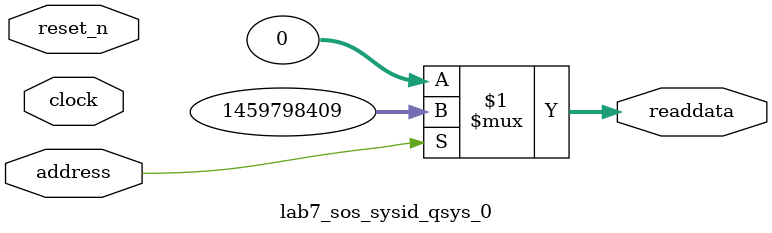
<source format=v>



// synthesis translate_off
`timescale 1ns / 1ps
// synthesis translate_on

// turn off superfluous verilog processor warnings 
// altera message_level Level1 
// altera message_off 10034 10035 10036 10037 10230 10240 10030 

module lab7_sos_sysid_qsys_0 (
               // inputs:
                address,
                clock,
                reset_n,

               // outputs:
                readdata
             )
;

  output  [ 31: 0] readdata;
  input            address;
  input            clock;
  input            reset_n;

  wire    [ 31: 0] readdata;
  //control_slave, which is an e_avalon_slave
  assign readdata = address ? 1459798409 : 0;

endmodule




</source>
